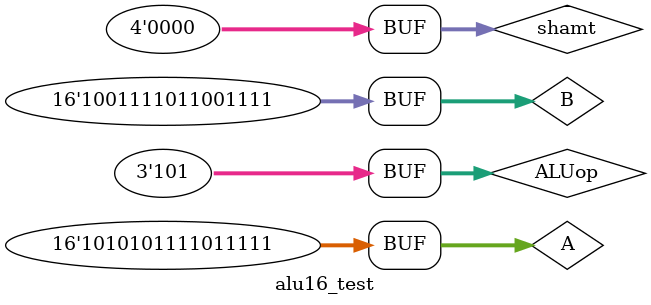
<source format=v>
`define DELAY 20
module alu16_test();
reg [15:0] A, B;
reg [3:0] shamt;
reg [2:0] ALUop;
wire [15:0] Result;
wire Zero;

alu16 T(.A(A), .B(B), .ALUop(ALUop), .Result(Result), .shamt(shamt), .Zero(Zero));

initial begin
//ADD --> 000
A = 16'd16; B = 16'd34; ALUop = 3'b000; shamt = 4'b0000;
#`DELAY;
A = 16'd100; B = 16'd100; ALUop = 3'b000; shamt = 4'b0000;
#`DELAY;

//SUB --> 001
A = 16'd100; B = 16'd47; ALUop = 3'b001; shamt = 4'b0000;
#`DELAY;
A = 16'd105; B = 16'd3; ALUop = 3'b001; shamt = 4'b0000;
#`DELAY;

//SLT --> 110
A = 32'd100; B = 32'd47; ALUop = 3'b110; shamt = 4'b0000;
#`DELAY;
A = 32'd100; B = 32'd147; ALUop = 3'b110; shamt = 4'b0000;
#`DELAY;

//SLL --> 011
A = 16'hDEDE; B = 16'hXXXX; ALUop = 3'b011; shamt = 4'b0001;
#`DELAY;
A = 16'hBABA; B = 16'hXXXX; ALUop = 3'b011; shamt = 4'b0010;
#`DELAY;

//SRL --> 111
A = 16'hDEDE; B = 16'hXXXX; ALUop = 3'b111; shamt = 4'b0001;
#`DELAY;
A = 16'hBABA; B = 16'hXXXX; ALUop = 3'b111; shamt = 4'b0010;
#`DELAY;

//AND --> 100
A = 16'hFFFF; B = 16'h0000; ALUop = 3'b100; shamt = 4'b0000;
#`DELAY;
A = 16'hABDF; B = 16'h9ECF; ALUop = 3'b100; shamt = 4'b0000;
#`DELAY;

//OR --> 101
A = 16'hFFFF; B = 16'h0000; ALUop = 3'b101; shamt = 4'b0000;
#`DELAY;
A = 16'hABDF; B = 16'h9ECF; ALUop = 3'b101; shamt = 4'b0000;
#`DELAY;

end

initial
begin
$monitor("ALU Results: Result = %d, A = %d, B = %d, shamt = %4b, ALUop = %3b", Result, A, B, shamt, ALUop);
end
 

endmodule
</source>
